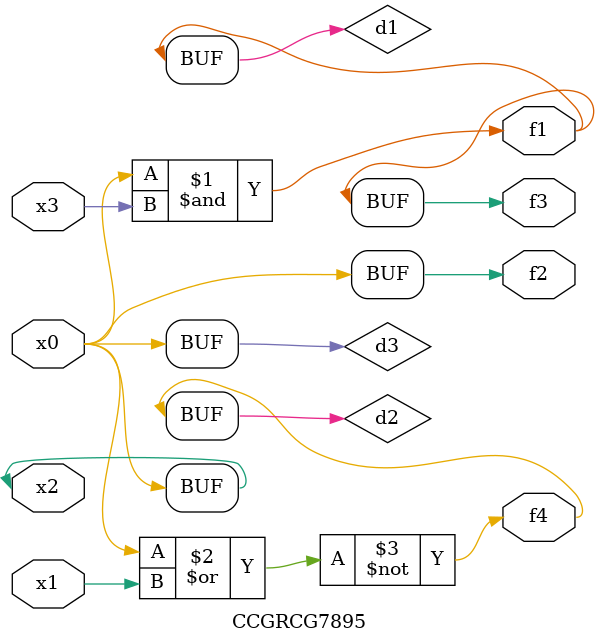
<source format=v>
module CCGRCG7895(
	input x0, x1, x2, x3,
	output f1, f2, f3, f4
);

	wire d1, d2, d3;

	and (d1, x2, x3);
	nor (d2, x0, x1);
	buf (d3, x0, x2);
	assign f1 = d1;
	assign f2 = d3;
	assign f3 = d1;
	assign f4 = d2;
endmodule

</source>
